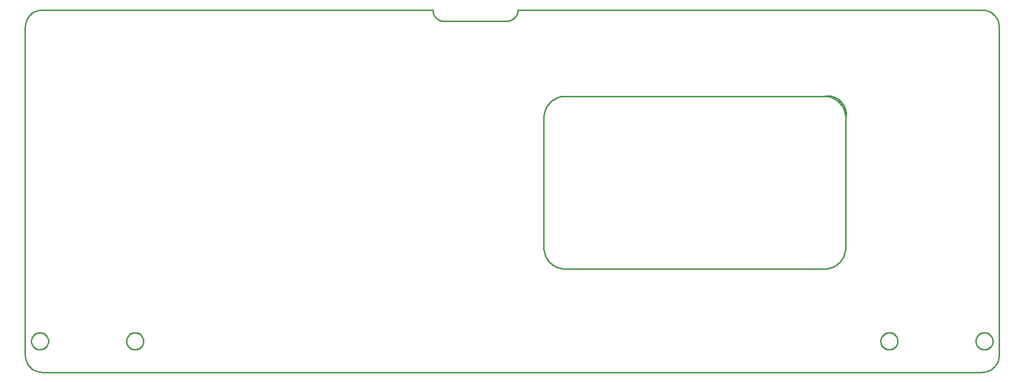
<source format=gko>
G04 EAGLE Gerber RS-274X export*
G75*
%MOMM*%
%FSLAX34Y34*%
%LPD*%
%IN*%
%IPPOS*%
%AMOC8*
5,1,8,0,0,1.08239X$1,22.5*%
G01*
%ADD10C,0.000000*%
%ADD11C,0.254000*%


D10*
X30000Y0D02*
X1690000Y0D01*
X0Y30000D02*
X0Y610000D01*
X30000Y640000D02*
X720000Y640000D01*
X870000Y640000D02*
X1690000Y640000D01*
X1720000Y610000D02*
X1720000Y30000D01*
X30000Y640000D02*
X29275Y639991D01*
X28551Y639965D01*
X27827Y639921D01*
X27105Y639860D01*
X26384Y639781D01*
X25665Y639685D01*
X24949Y639572D01*
X24236Y639441D01*
X23526Y639293D01*
X22821Y639128D01*
X22119Y638946D01*
X21422Y638747D01*
X20729Y638532D01*
X20043Y638299D01*
X19362Y638050D01*
X18687Y637785D01*
X18019Y637504D01*
X17358Y637206D01*
X16704Y636893D01*
X16058Y636564D01*
X15420Y636219D01*
X14791Y635859D01*
X14171Y635484D01*
X13560Y635094D01*
X12958Y634690D01*
X12366Y634271D01*
X11785Y633837D01*
X11214Y633390D01*
X10655Y632929D01*
X10106Y632455D01*
X9570Y631968D01*
X9045Y631468D01*
X8532Y630955D01*
X8032Y630430D01*
X7545Y629894D01*
X7071Y629345D01*
X6610Y628786D01*
X6163Y628215D01*
X5729Y627634D01*
X5310Y627042D01*
X4906Y626440D01*
X4516Y625829D01*
X4141Y625209D01*
X3781Y624580D01*
X3436Y623942D01*
X3107Y623296D01*
X2794Y622642D01*
X2496Y621981D01*
X2215Y621313D01*
X1950Y620638D01*
X1701Y619957D01*
X1468Y619271D01*
X1253Y618578D01*
X1054Y617881D01*
X872Y617179D01*
X707Y616474D01*
X559Y615764D01*
X428Y615051D01*
X315Y614335D01*
X219Y613616D01*
X140Y612895D01*
X79Y612173D01*
X35Y611449D01*
X9Y610725D01*
X0Y610000D01*
X1690000Y640000D02*
X1690725Y639991D01*
X1691449Y639965D01*
X1692173Y639921D01*
X1692895Y639860D01*
X1693616Y639781D01*
X1694335Y639685D01*
X1695051Y639572D01*
X1695764Y639441D01*
X1696474Y639293D01*
X1697179Y639128D01*
X1697881Y638946D01*
X1698578Y638747D01*
X1699271Y638532D01*
X1699957Y638299D01*
X1700638Y638050D01*
X1701313Y637785D01*
X1701981Y637504D01*
X1702642Y637206D01*
X1703296Y636893D01*
X1703942Y636564D01*
X1704580Y636219D01*
X1705209Y635859D01*
X1705829Y635484D01*
X1706440Y635094D01*
X1707042Y634690D01*
X1707634Y634271D01*
X1708215Y633837D01*
X1708786Y633390D01*
X1709345Y632929D01*
X1709894Y632455D01*
X1710430Y631968D01*
X1710955Y631468D01*
X1711468Y630955D01*
X1711968Y630430D01*
X1712455Y629894D01*
X1712929Y629345D01*
X1713390Y628786D01*
X1713837Y628215D01*
X1714271Y627634D01*
X1714690Y627042D01*
X1715094Y626440D01*
X1715484Y625829D01*
X1715859Y625209D01*
X1716219Y624580D01*
X1716564Y623942D01*
X1716893Y623296D01*
X1717206Y622642D01*
X1717504Y621981D01*
X1717785Y621313D01*
X1718050Y620638D01*
X1718299Y619957D01*
X1718532Y619271D01*
X1718747Y618578D01*
X1718946Y617881D01*
X1719128Y617179D01*
X1719293Y616474D01*
X1719441Y615764D01*
X1719572Y615051D01*
X1719685Y614335D01*
X1719781Y613616D01*
X1719860Y612895D01*
X1719921Y612173D01*
X1719965Y611449D01*
X1719991Y610725D01*
X1720000Y610000D01*
X1720000Y30000D02*
X1719991Y29275D01*
X1719965Y28551D01*
X1719921Y27827D01*
X1719860Y27105D01*
X1719781Y26384D01*
X1719685Y25665D01*
X1719572Y24949D01*
X1719441Y24236D01*
X1719293Y23526D01*
X1719128Y22821D01*
X1718946Y22119D01*
X1718747Y21422D01*
X1718532Y20729D01*
X1718299Y20043D01*
X1718050Y19362D01*
X1717785Y18687D01*
X1717504Y18019D01*
X1717206Y17358D01*
X1716893Y16704D01*
X1716564Y16058D01*
X1716219Y15420D01*
X1715859Y14791D01*
X1715484Y14171D01*
X1715094Y13560D01*
X1714690Y12958D01*
X1714271Y12366D01*
X1713837Y11785D01*
X1713390Y11214D01*
X1712929Y10655D01*
X1712455Y10106D01*
X1711968Y9570D01*
X1711468Y9045D01*
X1710955Y8532D01*
X1710430Y8032D01*
X1709894Y7545D01*
X1709345Y7071D01*
X1708786Y6610D01*
X1708215Y6163D01*
X1707634Y5729D01*
X1707042Y5310D01*
X1706440Y4906D01*
X1705829Y4516D01*
X1705209Y4141D01*
X1704580Y3781D01*
X1703942Y3436D01*
X1703296Y3107D01*
X1702642Y2794D01*
X1701981Y2496D01*
X1701313Y2215D01*
X1700638Y1950D01*
X1699957Y1701D01*
X1699271Y1468D01*
X1698578Y1253D01*
X1697881Y1054D01*
X1697179Y872D01*
X1696474Y707D01*
X1695764Y559D01*
X1695051Y428D01*
X1694335Y315D01*
X1693616Y219D01*
X1692895Y140D01*
X1692173Y79D01*
X1691449Y35D01*
X1690725Y9D01*
X1690000Y0D01*
X30000Y0D02*
X29275Y9D01*
X28551Y35D01*
X27827Y79D01*
X27105Y140D01*
X26384Y219D01*
X25665Y315D01*
X24949Y428D01*
X24236Y559D01*
X23526Y707D01*
X22821Y872D01*
X22119Y1054D01*
X21422Y1253D01*
X20729Y1468D01*
X20043Y1701D01*
X19362Y1950D01*
X18687Y2215D01*
X18019Y2496D01*
X17358Y2794D01*
X16704Y3107D01*
X16058Y3436D01*
X15420Y3781D01*
X14791Y4141D01*
X14171Y4516D01*
X13560Y4906D01*
X12958Y5310D01*
X12366Y5729D01*
X11785Y6163D01*
X11214Y6610D01*
X10655Y7071D01*
X10106Y7545D01*
X9570Y8032D01*
X9045Y8532D01*
X8532Y9045D01*
X8032Y9570D01*
X7545Y10106D01*
X7071Y10655D01*
X6610Y11214D01*
X6163Y11785D01*
X5729Y12366D01*
X5310Y12958D01*
X4906Y13560D01*
X4516Y14171D01*
X4141Y14791D01*
X3781Y15420D01*
X3436Y16058D01*
X3107Y16704D01*
X2794Y17358D01*
X2496Y18019D01*
X2215Y18687D01*
X1950Y19362D01*
X1701Y20043D01*
X1468Y20729D01*
X1253Y21422D01*
X1054Y22119D01*
X872Y22821D01*
X707Y23526D01*
X559Y24236D01*
X428Y24949D01*
X315Y25665D01*
X219Y26384D01*
X140Y27105D01*
X79Y27827D01*
X35Y28551D01*
X9Y29275D01*
X0Y30000D01*
X720000Y640000D02*
X720006Y639517D01*
X720023Y639034D01*
X720053Y638551D01*
X720093Y638070D01*
X720146Y637589D01*
X720210Y637110D01*
X720285Y636633D01*
X720373Y636157D01*
X720471Y635684D01*
X720581Y635214D01*
X720702Y634746D01*
X720835Y634281D01*
X720979Y633820D01*
X721134Y633362D01*
X721300Y632908D01*
X721477Y632458D01*
X721664Y632013D01*
X721863Y631572D01*
X722071Y631136D01*
X722291Y630706D01*
X722521Y630280D01*
X722761Y629861D01*
X723011Y629447D01*
X723271Y629040D01*
X723540Y628639D01*
X723820Y628244D01*
X724108Y627857D01*
X724407Y627476D01*
X724714Y627103D01*
X725030Y626738D01*
X725355Y626380D01*
X725688Y626030D01*
X726030Y625688D01*
X726380Y625355D01*
X726738Y625030D01*
X727103Y624714D01*
X727476Y624407D01*
X727857Y624108D01*
X728244Y623820D01*
X728639Y623540D01*
X729040Y623271D01*
X729447Y623011D01*
X729861Y622761D01*
X730280Y622521D01*
X730706Y622291D01*
X731136Y622071D01*
X731572Y621863D01*
X732013Y621664D01*
X732458Y621477D01*
X732908Y621300D01*
X733362Y621134D01*
X733820Y620979D01*
X734281Y620835D01*
X734746Y620702D01*
X735214Y620581D01*
X735684Y620471D01*
X736157Y620373D01*
X736633Y620285D01*
X737110Y620210D01*
X737589Y620146D01*
X738070Y620093D01*
X738551Y620053D01*
X739034Y620023D01*
X739517Y620006D01*
X740000Y620000D01*
X850000Y620000D01*
X850483Y620006D01*
X850966Y620023D01*
X851449Y620053D01*
X851930Y620093D01*
X852411Y620146D01*
X852890Y620210D01*
X853367Y620285D01*
X853843Y620373D01*
X854316Y620471D01*
X854786Y620581D01*
X855254Y620702D01*
X855719Y620835D01*
X856180Y620979D01*
X856638Y621134D01*
X857092Y621300D01*
X857542Y621477D01*
X857987Y621664D01*
X858428Y621863D01*
X858864Y622071D01*
X859294Y622291D01*
X859720Y622521D01*
X860139Y622761D01*
X860553Y623011D01*
X860960Y623271D01*
X861361Y623540D01*
X861756Y623820D01*
X862143Y624108D01*
X862524Y624407D01*
X862897Y624714D01*
X863262Y625030D01*
X863620Y625355D01*
X863970Y625688D01*
X864312Y626030D01*
X864645Y626380D01*
X864970Y626738D01*
X865286Y627103D01*
X865593Y627476D01*
X865892Y627857D01*
X866180Y628244D01*
X866460Y628639D01*
X866729Y629040D01*
X866989Y629447D01*
X867239Y629861D01*
X867479Y630280D01*
X867709Y630706D01*
X867929Y631136D01*
X868137Y631572D01*
X868336Y632013D01*
X868523Y632458D01*
X868700Y632908D01*
X868866Y633362D01*
X869021Y633820D01*
X869165Y634281D01*
X869298Y634746D01*
X869419Y635214D01*
X869529Y635684D01*
X869627Y636157D01*
X869715Y636633D01*
X869790Y637110D01*
X869854Y637589D01*
X869907Y638070D01*
X869947Y638551D01*
X869977Y639034D01*
X869994Y639517D01*
X870000Y640000D01*
X953900Y182700D02*
X1411100Y182700D01*
X1449200Y220800D02*
X1449200Y449400D01*
X1411100Y487500D02*
X953900Y487500D01*
X915800Y449400D02*
X915800Y220800D01*
X1411100Y182700D02*
X1412021Y182711D01*
X1412941Y182744D01*
X1413860Y182800D01*
X1414777Y182878D01*
X1415692Y182978D01*
X1416605Y183100D01*
X1417514Y183244D01*
X1418420Y183410D01*
X1419321Y183598D01*
X1420218Y183807D01*
X1421109Y184038D01*
X1421995Y184291D01*
X1422874Y184565D01*
X1423746Y184860D01*
X1424610Y185176D01*
X1425467Y185513D01*
X1426316Y185870D01*
X1427155Y186248D01*
X1427986Y186646D01*
X1428806Y187064D01*
X1429616Y187502D01*
X1430415Y187959D01*
X1431203Y188435D01*
X1431979Y188930D01*
X1432743Y189444D01*
X1433495Y189976D01*
X1434233Y190527D01*
X1434958Y191094D01*
X1435668Y191680D01*
X1436365Y192282D01*
X1437047Y192901D01*
X1437713Y193536D01*
X1438364Y194187D01*
X1438999Y194853D01*
X1439618Y195535D01*
X1440220Y196232D01*
X1440806Y196942D01*
X1441373Y197667D01*
X1441924Y198405D01*
X1442456Y199157D01*
X1442970Y199921D01*
X1443465Y200697D01*
X1443941Y201485D01*
X1444398Y202284D01*
X1444836Y203094D01*
X1445254Y203914D01*
X1445652Y204745D01*
X1446030Y205584D01*
X1446387Y206433D01*
X1446724Y207290D01*
X1447040Y208154D01*
X1447335Y209026D01*
X1447609Y209905D01*
X1447862Y210791D01*
X1448093Y211682D01*
X1448302Y212579D01*
X1448490Y213480D01*
X1448656Y214386D01*
X1448800Y215295D01*
X1448922Y216208D01*
X1449022Y217123D01*
X1449100Y218040D01*
X1449156Y218959D01*
X1449189Y219879D01*
X1449200Y220800D01*
X953900Y182700D02*
X952979Y182711D01*
X952059Y182744D01*
X951140Y182800D01*
X950223Y182878D01*
X949308Y182978D01*
X948395Y183100D01*
X947486Y183244D01*
X946580Y183410D01*
X945679Y183598D01*
X944782Y183807D01*
X943891Y184038D01*
X943005Y184291D01*
X942126Y184565D01*
X941254Y184860D01*
X940390Y185176D01*
X939533Y185513D01*
X938684Y185870D01*
X937845Y186248D01*
X937014Y186646D01*
X936194Y187064D01*
X935384Y187502D01*
X934585Y187959D01*
X933797Y188435D01*
X933021Y188930D01*
X932257Y189444D01*
X931505Y189976D01*
X930767Y190527D01*
X930042Y191094D01*
X929332Y191680D01*
X928635Y192282D01*
X927953Y192901D01*
X927287Y193536D01*
X926636Y194187D01*
X926001Y194853D01*
X925382Y195535D01*
X924780Y196232D01*
X924194Y196942D01*
X923627Y197667D01*
X923076Y198405D01*
X922544Y199157D01*
X922030Y199921D01*
X921535Y200697D01*
X921059Y201485D01*
X920602Y202284D01*
X920164Y203094D01*
X919746Y203914D01*
X919348Y204745D01*
X918970Y205584D01*
X918613Y206433D01*
X918276Y207290D01*
X917960Y208154D01*
X917665Y209026D01*
X917391Y209905D01*
X917138Y210791D01*
X916907Y211682D01*
X916698Y212579D01*
X916510Y213480D01*
X916344Y214386D01*
X916200Y215295D01*
X916078Y216208D01*
X915978Y217123D01*
X915900Y218040D01*
X915844Y218959D01*
X915811Y219879D01*
X915800Y220800D01*
X915800Y449400D02*
X915811Y450321D01*
X915844Y451241D01*
X915900Y452160D01*
X915978Y453077D01*
X916078Y453992D01*
X916200Y454905D01*
X916344Y455814D01*
X916510Y456720D01*
X916698Y457621D01*
X916907Y458518D01*
X917138Y459409D01*
X917391Y460295D01*
X917665Y461174D01*
X917960Y462046D01*
X918276Y462910D01*
X918613Y463767D01*
X918970Y464616D01*
X919348Y465455D01*
X919746Y466286D01*
X920164Y467106D01*
X920602Y467916D01*
X921059Y468715D01*
X921535Y469503D01*
X922030Y470279D01*
X922544Y471043D01*
X923076Y471795D01*
X923627Y472533D01*
X924194Y473258D01*
X924780Y473968D01*
X925382Y474665D01*
X926001Y475347D01*
X926636Y476013D01*
X927287Y476664D01*
X927953Y477299D01*
X928635Y477918D01*
X929332Y478520D01*
X930042Y479106D01*
X930767Y479673D01*
X931505Y480224D01*
X932257Y480756D01*
X933021Y481270D01*
X933797Y481765D01*
X934585Y482241D01*
X935384Y482698D01*
X936194Y483136D01*
X937014Y483554D01*
X937845Y483952D01*
X938684Y484330D01*
X939533Y484687D01*
X940390Y485024D01*
X941254Y485340D01*
X942126Y485635D01*
X943005Y485909D01*
X943891Y486162D01*
X944782Y486393D01*
X945679Y486602D01*
X946580Y486790D01*
X947486Y486956D01*
X948395Y487100D01*
X949308Y487222D01*
X950223Y487322D01*
X951140Y487400D01*
X952059Y487456D01*
X952979Y487489D01*
X953900Y487500D01*
X1411100Y487500D02*
X1412021Y487489D01*
X1412941Y487456D01*
X1413860Y487400D01*
X1414777Y487322D01*
X1415692Y487222D01*
X1416605Y487100D01*
X1417514Y486956D01*
X1418420Y486790D01*
X1419321Y486602D01*
X1420218Y486393D01*
X1421109Y486162D01*
X1421995Y485909D01*
X1422874Y485635D01*
X1423746Y485340D01*
X1424610Y485024D01*
X1425467Y484687D01*
X1426316Y484330D01*
X1427155Y483952D01*
X1427986Y483554D01*
X1428806Y483136D01*
X1429616Y482698D01*
X1430415Y482241D01*
X1431203Y481765D01*
X1431979Y481270D01*
X1432743Y480756D01*
X1433495Y480224D01*
X1434233Y479673D01*
X1434958Y479106D01*
X1435668Y478520D01*
X1436365Y477918D01*
X1437047Y477299D01*
X1437713Y476664D01*
X1438364Y476013D01*
X1438999Y475347D01*
X1439618Y474665D01*
X1440220Y473968D01*
X1440806Y473258D01*
X1441373Y472533D01*
X1441924Y471795D01*
X1442456Y471043D01*
X1442970Y470279D01*
X1443465Y469503D01*
X1443941Y468715D01*
X1444398Y467916D01*
X1444836Y467106D01*
X1445254Y466286D01*
X1445652Y465455D01*
X1446030Y464616D01*
X1446387Y463767D01*
X1446724Y462910D01*
X1447040Y462046D01*
X1447335Y461174D01*
X1447609Y460295D01*
X1447862Y459409D01*
X1448093Y458518D01*
X1448302Y457621D01*
X1448490Y456720D01*
X1448656Y455814D01*
X1448800Y454905D01*
X1448922Y453992D01*
X1449022Y453077D01*
X1449100Y452160D01*
X1449156Y451241D01*
X1449189Y450321D01*
X1449200Y449400D01*
X1679000Y54900D02*
X1679005Y55268D01*
X1679018Y55636D01*
X1679041Y56003D01*
X1679072Y56370D01*
X1679113Y56736D01*
X1679162Y57101D01*
X1679221Y57464D01*
X1679288Y57826D01*
X1679364Y58187D01*
X1679450Y58545D01*
X1679543Y58901D01*
X1679646Y59254D01*
X1679757Y59605D01*
X1679877Y59953D01*
X1680005Y60298D01*
X1680142Y60640D01*
X1680287Y60979D01*
X1680440Y61313D01*
X1680602Y61644D01*
X1680771Y61971D01*
X1680949Y62293D01*
X1681134Y62612D01*
X1681327Y62925D01*
X1681528Y63234D01*
X1681736Y63537D01*
X1681952Y63835D01*
X1682175Y64128D01*
X1682405Y64416D01*
X1682642Y64698D01*
X1682886Y64973D01*
X1683136Y65243D01*
X1683393Y65507D01*
X1683657Y65764D01*
X1683927Y66014D01*
X1684202Y66258D01*
X1684484Y66495D01*
X1684772Y66725D01*
X1685065Y66948D01*
X1685363Y67164D01*
X1685666Y67372D01*
X1685975Y67573D01*
X1686288Y67766D01*
X1686607Y67951D01*
X1686929Y68129D01*
X1687256Y68298D01*
X1687587Y68460D01*
X1687921Y68613D01*
X1688260Y68758D01*
X1688602Y68895D01*
X1688947Y69023D01*
X1689295Y69143D01*
X1689646Y69254D01*
X1689999Y69357D01*
X1690355Y69450D01*
X1690713Y69536D01*
X1691074Y69612D01*
X1691436Y69679D01*
X1691799Y69738D01*
X1692164Y69787D01*
X1692530Y69828D01*
X1692897Y69859D01*
X1693264Y69882D01*
X1693632Y69895D01*
X1694000Y69900D01*
X1694368Y69895D01*
X1694736Y69882D01*
X1695103Y69859D01*
X1695470Y69828D01*
X1695836Y69787D01*
X1696201Y69738D01*
X1696564Y69679D01*
X1696926Y69612D01*
X1697287Y69536D01*
X1697645Y69450D01*
X1698001Y69357D01*
X1698354Y69254D01*
X1698705Y69143D01*
X1699053Y69023D01*
X1699398Y68895D01*
X1699740Y68758D01*
X1700079Y68613D01*
X1700413Y68460D01*
X1700744Y68298D01*
X1701071Y68129D01*
X1701393Y67951D01*
X1701712Y67766D01*
X1702025Y67573D01*
X1702334Y67372D01*
X1702637Y67164D01*
X1702935Y66948D01*
X1703228Y66725D01*
X1703516Y66495D01*
X1703798Y66258D01*
X1704073Y66014D01*
X1704343Y65764D01*
X1704607Y65507D01*
X1704864Y65243D01*
X1705114Y64973D01*
X1705358Y64698D01*
X1705595Y64416D01*
X1705825Y64128D01*
X1706048Y63835D01*
X1706264Y63537D01*
X1706472Y63234D01*
X1706673Y62925D01*
X1706866Y62612D01*
X1707051Y62293D01*
X1707229Y61971D01*
X1707398Y61644D01*
X1707560Y61313D01*
X1707713Y60979D01*
X1707858Y60640D01*
X1707995Y60298D01*
X1708123Y59953D01*
X1708243Y59605D01*
X1708354Y59254D01*
X1708457Y58901D01*
X1708550Y58545D01*
X1708636Y58187D01*
X1708712Y57826D01*
X1708779Y57464D01*
X1708838Y57101D01*
X1708887Y56736D01*
X1708928Y56370D01*
X1708959Y56003D01*
X1708982Y55636D01*
X1708995Y55268D01*
X1709000Y54900D01*
X1708995Y54532D01*
X1708982Y54164D01*
X1708959Y53797D01*
X1708928Y53430D01*
X1708887Y53064D01*
X1708838Y52699D01*
X1708779Y52336D01*
X1708712Y51974D01*
X1708636Y51613D01*
X1708550Y51255D01*
X1708457Y50899D01*
X1708354Y50546D01*
X1708243Y50195D01*
X1708123Y49847D01*
X1707995Y49502D01*
X1707858Y49160D01*
X1707713Y48821D01*
X1707560Y48487D01*
X1707398Y48156D01*
X1707229Y47829D01*
X1707051Y47507D01*
X1706866Y47188D01*
X1706673Y46875D01*
X1706472Y46566D01*
X1706264Y46263D01*
X1706048Y45965D01*
X1705825Y45672D01*
X1705595Y45384D01*
X1705358Y45102D01*
X1705114Y44827D01*
X1704864Y44557D01*
X1704607Y44293D01*
X1704343Y44036D01*
X1704073Y43786D01*
X1703798Y43542D01*
X1703516Y43305D01*
X1703228Y43075D01*
X1702935Y42852D01*
X1702637Y42636D01*
X1702334Y42428D01*
X1702025Y42227D01*
X1701712Y42034D01*
X1701393Y41849D01*
X1701071Y41671D01*
X1700744Y41502D01*
X1700413Y41340D01*
X1700079Y41187D01*
X1699740Y41042D01*
X1699398Y40905D01*
X1699053Y40777D01*
X1698705Y40657D01*
X1698354Y40546D01*
X1698001Y40443D01*
X1697645Y40350D01*
X1697287Y40264D01*
X1696926Y40188D01*
X1696564Y40121D01*
X1696201Y40062D01*
X1695836Y40013D01*
X1695470Y39972D01*
X1695103Y39941D01*
X1694736Y39918D01*
X1694368Y39905D01*
X1694000Y39900D01*
X1693632Y39905D01*
X1693264Y39918D01*
X1692897Y39941D01*
X1692530Y39972D01*
X1692164Y40013D01*
X1691799Y40062D01*
X1691436Y40121D01*
X1691074Y40188D01*
X1690713Y40264D01*
X1690355Y40350D01*
X1689999Y40443D01*
X1689646Y40546D01*
X1689295Y40657D01*
X1688947Y40777D01*
X1688602Y40905D01*
X1688260Y41042D01*
X1687921Y41187D01*
X1687587Y41340D01*
X1687256Y41502D01*
X1686929Y41671D01*
X1686607Y41849D01*
X1686288Y42034D01*
X1685975Y42227D01*
X1685666Y42428D01*
X1685363Y42636D01*
X1685065Y42852D01*
X1684772Y43075D01*
X1684484Y43305D01*
X1684202Y43542D01*
X1683927Y43786D01*
X1683657Y44036D01*
X1683393Y44293D01*
X1683136Y44557D01*
X1682886Y44827D01*
X1682642Y45102D01*
X1682405Y45384D01*
X1682175Y45672D01*
X1681952Y45965D01*
X1681736Y46263D01*
X1681528Y46566D01*
X1681327Y46875D01*
X1681134Y47188D01*
X1680949Y47507D01*
X1680771Y47829D01*
X1680602Y48156D01*
X1680440Y48487D01*
X1680287Y48821D01*
X1680142Y49160D01*
X1680005Y49502D01*
X1679877Y49847D01*
X1679757Y50195D01*
X1679646Y50546D01*
X1679543Y50899D01*
X1679450Y51255D01*
X1679364Y51613D01*
X1679288Y51974D01*
X1679221Y52336D01*
X1679162Y52699D01*
X1679113Y53064D01*
X1679072Y53430D01*
X1679041Y53797D01*
X1679018Y54164D01*
X1679005Y54532D01*
X1679000Y54900D01*
X1511000Y54900D02*
X1511005Y55268D01*
X1511018Y55636D01*
X1511041Y56003D01*
X1511072Y56370D01*
X1511113Y56736D01*
X1511162Y57101D01*
X1511221Y57464D01*
X1511288Y57826D01*
X1511364Y58187D01*
X1511450Y58545D01*
X1511543Y58901D01*
X1511646Y59254D01*
X1511757Y59605D01*
X1511877Y59953D01*
X1512005Y60298D01*
X1512142Y60640D01*
X1512287Y60979D01*
X1512440Y61313D01*
X1512602Y61644D01*
X1512771Y61971D01*
X1512949Y62293D01*
X1513134Y62612D01*
X1513327Y62925D01*
X1513528Y63234D01*
X1513736Y63537D01*
X1513952Y63835D01*
X1514175Y64128D01*
X1514405Y64416D01*
X1514642Y64698D01*
X1514886Y64973D01*
X1515136Y65243D01*
X1515393Y65507D01*
X1515657Y65764D01*
X1515927Y66014D01*
X1516202Y66258D01*
X1516484Y66495D01*
X1516772Y66725D01*
X1517065Y66948D01*
X1517363Y67164D01*
X1517666Y67372D01*
X1517975Y67573D01*
X1518288Y67766D01*
X1518607Y67951D01*
X1518929Y68129D01*
X1519256Y68298D01*
X1519587Y68460D01*
X1519921Y68613D01*
X1520260Y68758D01*
X1520602Y68895D01*
X1520947Y69023D01*
X1521295Y69143D01*
X1521646Y69254D01*
X1521999Y69357D01*
X1522355Y69450D01*
X1522713Y69536D01*
X1523074Y69612D01*
X1523436Y69679D01*
X1523799Y69738D01*
X1524164Y69787D01*
X1524530Y69828D01*
X1524897Y69859D01*
X1525264Y69882D01*
X1525632Y69895D01*
X1526000Y69900D01*
X1526368Y69895D01*
X1526736Y69882D01*
X1527103Y69859D01*
X1527470Y69828D01*
X1527836Y69787D01*
X1528201Y69738D01*
X1528564Y69679D01*
X1528926Y69612D01*
X1529287Y69536D01*
X1529645Y69450D01*
X1530001Y69357D01*
X1530354Y69254D01*
X1530705Y69143D01*
X1531053Y69023D01*
X1531398Y68895D01*
X1531740Y68758D01*
X1532079Y68613D01*
X1532413Y68460D01*
X1532744Y68298D01*
X1533071Y68129D01*
X1533393Y67951D01*
X1533712Y67766D01*
X1534025Y67573D01*
X1534334Y67372D01*
X1534637Y67164D01*
X1534935Y66948D01*
X1535228Y66725D01*
X1535516Y66495D01*
X1535798Y66258D01*
X1536073Y66014D01*
X1536343Y65764D01*
X1536607Y65507D01*
X1536864Y65243D01*
X1537114Y64973D01*
X1537358Y64698D01*
X1537595Y64416D01*
X1537825Y64128D01*
X1538048Y63835D01*
X1538264Y63537D01*
X1538472Y63234D01*
X1538673Y62925D01*
X1538866Y62612D01*
X1539051Y62293D01*
X1539229Y61971D01*
X1539398Y61644D01*
X1539560Y61313D01*
X1539713Y60979D01*
X1539858Y60640D01*
X1539995Y60298D01*
X1540123Y59953D01*
X1540243Y59605D01*
X1540354Y59254D01*
X1540457Y58901D01*
X1540550Y58545D01*
X1540636Y58187D01*
X1540712Y57826D01*
X1540779Y57464D01*
X1540838Y57101D01*
X1540887Y56736D01*
X1540928Y56370D01*
X1540959Y56003D01*
X1540982Y55636D01*
X1540995Y55268D01*
X1541000Y54900D01*
X1540995Y54532D01*
X1540982Y54164D01*
X1540959Y53797D01*
X1540928Y53430D01*
X1540887Y53064D01*
X1540838Y52699D01*
X1540779Y52336D01*
X1540712Y51974D01*
X1540636Y51613D01*
X1540550Y51255D01*
X1540457Y50899D01*
X1540354Y50546D01*
X1540243Y50195D01*
X1540123Y49847D01*
X1539995Y49502D01*
X1539858Y49160D01*
X1539713Y48821D01*
X1539560Y48487D01*
X1539398Y48156D01*
X1539229Y47829D01*
X1539051Y47507D01*
X1538866Y47188D01*
X1538673Y46875D01*
X1538472Y46566D01*
X1538264Y46263D01*
X1538048Y45965D01*
X1537825Y45672D01*
X1537595Y45384D01*
X1537358Y45102D01*
X1537114Y44827D01*
X1536864Y44557D01*
X1536607Y44293D01*
X1536343Y44036D01*
X1536073Y43786D01*
X1535798Y43542D01*
X1535516Y43305D01*
X1535228Y43075D01*
X1534935Y42852D01*
X1534637Y42636D01*
X1534334Y42428D01*
X1534025Y42227D01*
X1533712Y42034D01*
X1533393Y41849D01*
X1533071Y41671D01*
X1532744Y41502D01*
X1532413Y41340D01*
X1532079Y41187D01*
X1531740Y41042D01*
X1531398Y40905D01*
X1531053Y40777D01*
X1530705Y40657D01*
X1530354Y40546D01*
X1530001Y40443D01*
X1529645Y40350D01*
X1529287Y40264D01*
X1528926Y40188D01*
X1528564Y40121D01*
X1528201Y40062D01*
X1527836Y40013D01*
X1527470Y39972D01*
X1527103Y39941D01*
X1526736Y39918D01*
X1526368Y39905D01*
X1526000Y39900D01*
X1525632Y39905D01*
X1525264Y39918D01*
X1524897Y39941D01*
X1524530Y39972D01*
X1524164Y40013D01*
X1523799Y40062D01*
X1523436Y40121D01*
X1523074Y40188D01*
X1522713Y40264D01*
X1522355Y40350D01*
X1521999Y40443D01*
X1521646Y40546D01*
X1521295Y40657D01*
X1520947Y40777D01*
X1520602Y40905D01*
X1520260Y41042D01*
X1519921Y41187D01*
X1519587Y41340D01*
X1519256Y41502D01*
X1518929Y41671D01*
X1518607Y41849D01*
X1518288Y42034D01*
X1517975Y42227D01*
X1517666Y42428D01*
X1517363Y42636D01*
X1517065Y42852D01*
X1516772Y43075D01*
X1516484Y43305D01*
X1516202Y43542D01*
X1515927Y43786D01*
X1515657Y44036D01*
X1515393Y44293D01*
X1515136Y44557D01*
X1514886Y44827D01*
X1514642Y45102D01*
X1514405Y45384D01*
X1514175Y45672D01*
X1513952Y45965D01*
X1513736Y46263D01*
X1513528Y46566D01*
X1513327Y46875D01*
X1513134Y47188D01*
X1512949Y47507D01*
X1512771Y47829D01*
X1512602Y48156D01*
X1512440Y48487D01*
X1512287Y48821D01*
X1512142Y49160D01*
X1512005Y49502D01*
X1511877Y49847D01*
X1511757Y50195D01*
X1511646Y50546D01*
X1511543Y50899D01*
X1511450Y51255D01*
X1511364Y51613D01*
X1511288Y51974D01*
X1511221Y52336D01*
X1511162Y52699D01*
X1511113Y53064D01*
X1511072Y53430D01*
X1511041Y53797D01*
X1511018Y54164D01*
X1511005Y54532D01*
X1511000Y54900D01*
X179000Y54900D02*
X179005Y55268D01*
X179018Y55636D01*
X179041Y56003D01*
X179072Y56370D01*
X179113Y56736D01*
X179162Y57101D01*
X179221Y57464D01*
X179288Y57826D01*
X179364Y58187D01*
X179450Y58545D01*
X179543Y58901D01*
X179646Y59254D01*
X179757Y59605D01*
X179877Y59953D01*
X180005Y60298D01*
X180142Y60640D01*
X180287Y60979D01*
X180440Y61313D01*
X180602Y61644D01*
X180771Y61971D01*
X180949Y62293D01*
X181134Y62612D01*
X181327Y62925D01*
X181528Y63234D01*
X181736Y63537D01*
X181952Y63835D01*
X182175Y64128D01*
X182405Y64416D01*
X182642Y64698D01*
X182886Y64973D01*
X183136Y65243D01*
X183393Y65507D01*
X183657Y65764D01*
X183927Y66014D01*
X184202Y66258D01*
X184484Y66495D01*
X184772Y66725D01*
X185065Y66948D01*
X185363Y67164D01*
X185666Y67372D01*
X185975Y67573D01*
X186288Y67766D01*
X186607Y67951D01*
X186929Y68129D01*
X187256Y68298D01*
X187587Y68460D01*
X187921Y68613D01*
X188260Y68758D01*
X188602Y68895D01*
X188947Y69023D01*
X189295Y69143D01*
X189646Y69254D01*
X189999Y69357D01*
X190355Y69450D01*
X190713Y69536D01*
X191074Y69612D01*
X191436Y69679D01*
X191799Y69738D01*
X192164Y69787D01*
X192530Y69828D01*
X192897Y69859D01*
X193264Y69882D01*
X193632Y69895D01*
X194000Y69900D01*
X194368Y69895D01*
X194736Y69882D01*
X195103Y69859D01*
X195470Y69828D01*
X195836Y69787D01*
X196201Y69738D01*
X196564Y69679D01*
X196926Y69612D01*
X197287Y69536D01*
X197645Y69450D01*
X198001Y69357D01*
X198354Y69254D01*
X198705Y69143D01*
X199053Y69023D01*
X199398Y68895D01*
X199740Y68758D01*
X200079Y68613D01*
X200413Y68460D01*
X200744Y68298D01*
X201071Y68129D01*
X201393Y67951D01*
X201712Y67766D01*
X202025Y67573D01*
X202334Y67372D01*
X202637Y67164D01*
X202935Y66948D01*
X203228Y66725D01*
X203516Y66495D01*
X203798Y66258D01*
X204073Y66014D01*
X204343Y65764D01*
X204607Y65507D01*
X204864Y65243D01*
X205114Y64973D01*
X205358Y64698D01*
X205595Y64416D01*
X205825Y64128D01*
X206048Y63835D01*
X206264Y63537D01*
X206472Y63234D01*
X206673Y62925D01*
X206866Y62612D01*
X207051Y62293D01*
X207229Y61971D01*
X207398Y61644D01*
X207560Y61313D01*
X207713Y60979D01*
X207858Y60640D01*
X207995Y60298D01*
X208123Y59953D01*
X208243Y59605D01*
X208354Y59254D01*
X208457Y58901D01*
X208550Y58545D01*
X208636Y58187D01*
X208712Y57826D01*
X208779Y57464D01*
X208838Y57101D01*
X208887Y56736D01*
X208928Y56370D01*
X208959Y56003D01*
X208982Y55636D01*
X208995Y55268D01*
X209000Y54900D01*
X208995Y54532D01*
X208982Y54164D01*
X208959Y53797D01*
X208928Y53430D01*
X208887Y53064D01*
X208838Y52699D01*
X208779Y52336D01*
X208712Y51974D01*
X208636Y51613D01*
X208550Y51255D01*
X208457Y50899D01*
X208354Y50546D01*
X208243Y50195D01*
X208123Y49847D01*
X207995Y49502D01*
X207858Y49160D01*
X207713Y48821D01*
X207560Y48487D01*
X207398Y48156D01*
X207229Y47829D01*
X207051Y47507D01*
X206866Y47188D01*
X206673Y46875D01*
X206472Y46566D01*
X206264Y46263D01*
X206048Y45965D01*
X205825Y45672D01*
X205595Y45384D01*
X205358Y45102D01*
X205114Y44827D01*
X204864Y44557D01*
X204607Y44293D01*
X204343Y44036D01*
X204073Y43786D01*
X203798Y43542D01*
X203516Y43305D01*
X203228Y43075D01*
X202935Y42852D01*
X202637Y42636D01*
X202334Y42428D01*
X202025Y42227D01*
X201712Y42034D01*
X201393Y41849D01*
X201071Y41671D01*
X200744Y41502D01*
X200413Y41340D01*
X200079Y41187D01*
X199740Y41042D01*
X199398Y40905D01*
X199053Y40777D01*
X198705Y40657D01*
X198354Y40546D01*
X198001Y40443D01*
X197645Y40350D01*
X197287Y40264D01*
X196926Y40188D01*
X196564Y40121D01*
X196201Y40062D01*
X195836Y40013D01*
X195470Y39972D01*
X195103Y39941D01*
X194736Y39918D01*
X194368Y39905D01*
X194000Y39900D01*
X193632Y39905D01*
X193264Y39918D01*
X192897Y39941D01*
X192530Y39972D01*
X192164Y40013D01*
X191799Y40062D01*
X191436Y40121D01*
X191074Y40188D01*
X190713Y40264D01*
X190355Y40350D01*
X189999Y40443D01*
X189646Y40546D01*
X189295Y40657D01*
X188947Y40777D01*
X188602Y40905D01*
X188260Y41042D01*
X187921Y41187D01*
X187587Y41340D01*
X187256Y41502D01*
X186929Y41671D01*
X186607Y41849D01*
X186288Y42034D01*
X185975Y42227D01*
X185666Y42428D01*
X185363Y42636D01*
X185065Y42852D01*
X184772Y43075D01*
X184484Y43305D01*
X184202Y43542D01*
X183927Y43786D01*
X183657Y44036D01*
X183393Y44293D01*
X183136Y44557D01*
X182886Y44827D01*
X182642Y45102D01*
X182405Y45384D01*
X182175Y45672D01*
X181952Y45965D01*
X181736Y46263D01*
X181528Y46566D01*
X181327Y46875D01*
X181134Y47188D01*
X180949Y47507D01*
X180771Y47829D01*
X180602Y48156D01*
X180440Y48487D01*
X180287Y48821D01*
X180142Y49160D01*
X180005Y49502D01*
X179877Y49847D01*
X179757Y50195D01*
X179646Y50546D01*
X179543Y50899D01*
X179450Y51255D01*
X179364Y51613D01*
X179288Y51974D01*
X179221Y52336D01*
X179162Y52699D01*
X179113Y53064D01*
X179072Y53430D01*
X179041Y53797D01*
X179018Y54164D01*
X179005Y54532D01*
X179000Y54900D01*
X11000Y54900D02*
X11005Y55268D01*
X11018Y55636D01*
X11041Y56003D01*
X11072Y56370D01*
X11113Y56736D01*
X11162Y57101D01*
X11221Y57464D01*
X11288Y57826D01*
X11364Y58187D01*
X11450Y58545D01*
X11543Y58901D01*
X11646Y59254D01*
X11757Y59605D01*
X11877Y59953D01*
X12005Y60298D01*
X12142Y60640D01*
X12287Y60979D01*
X12440Y61313D01*
X12602Y61644D01*
X12771Y61971D01*
X12949Y62293D01*
X13134Y62612D01*
X13327Y62925D01*
X13528Y63234D01*
X13736Y63537D01*
X13952Y63835D01*
X14175Y64128D01*
X14405Y64416D01*
X14642Y64698D01*
X14886Y64973D01*
X15136Y65243D01*
X15393Y65507D01*
X15657Y65764D01*
X15927Y66014D01*
X16202Y66258D01*
X16484Y66495D01*
X16772Y66725D01*
X17065Y66948D01*
X17363Y67164D01*
X17666Y67372D01*
X17975Y67573D01*
X18288Y67766D01*
X18607Y67951D01*
X18929Y68129D01*
X19256Y68298D01*
X19587Y68460D01*
X19921Y68613D01*
X20260Y68758D01*
X20602Y68895D01*
X20947Y69023D01*
X21295Y69143D01*
X21646Y69254D01*
X21999Y69357D01*
X22355Y69450D01*
X22713Y69536D01*
X23074Y69612D01*
X23436Y69679D01*
X23799Y69738D01*
X24164Y69787D01*
X24530Y69828D01*
X24897Y69859D01*
X25264Y69882D01*
X25632Y69895D01*
X26000Y69900D01*
X26368Y69895D01*
X26736Y69882D01*
X27103Y69859D01*
X27470Y69828D01*
X27836Y69787D01*
X28201Y69738D01*
X28564Y69679D01*
X28926Y69612D01*
X29287Y69536D01*
X29645Y69450D01*
X30001Y69357D01*
X30354Y69254D01*
X30705Y69143D01*
X31053Y69023D01*
X31398Y68895D01*
X31740Y68758D01*
X32079Y68613D01*
X32413Y68460D01*
X32744Y68298D01*
X33071Y68129D01*
X33393Y67951D01*
X33712Y67766D01*
X34025Y67573D01*
X34334Y67372D01*
X34637Y67164D01*
X34935Y66948D01*
X35228Y66725D01*
X35516Y66495D01*
X35798Y66258D01*
X36073Y66014D01*
X36343Y65764D01*
X36607Y65507D01*
X36864Y65243D01*
X37114Y64973D01*
X37358Y64698D01*
X37595Y64416D01*
X37825Y64128D01*
X38048Y63835D01*
X38264Y63537D01*
X38472Y63234D01*
X38673Y62925D01*
X38866Y62612D01*
X39051Y62293D01*
X39229Y61971D01*
X39398Y61644D01*
X39560Y61313D01*
X39713Y60979D01*
X39858Y60640D01*
X39995Y60298D01*
X40123Y59953D01*
X40243Y59605D01*
X40354Y59254D01*
X40457Y58901D01*
X40550Y58545D01*
X40636Y58187D01*
X40712Y57826D01*
X40779Y57464D01*
X40838Y57101D01*
X40887Y56736D01*
X40928Y56370D01*
X40959Y56003D01*
X40982Y55636D01*
X40995Y55268D01*
X41000Y54900D01*
X40995Y54532D01*
X40982Y54164D01*
X40959Y53797D01*
X40928Y53430D01*
X40887Y53064D01*
X40838Y52699D01*
X40779Y52336D01*
X40712Y51974D01*
X40636Y51613D01*
X40550Y51255D01*
X40457Y50899D01*
X40354Y50546D01*
X40243Y50195D01*
X40123Y49847D01*
X39995Y49502D01*
X39858Y49160D01*
X39713Y48821D01*
X39560Y48487D01*
X39398Y48156D01*
X39229Y47829D01*
X39051Y47507D01*
X38866Y47188D01*
X38673Y46875D01*
X38472Y46566D01*
X38264Y46263D01*
X38048Y45965D01*
X37825Y45672D01*
X37595Y45384D01*
X37358Y45102D01*
X37114Y44827D01*
X36864Y44557D01*
X36607Y44293D01*
X36343Y44036D01*
X36073Y43786D01*
X35798Y43542D01*
X35516Y43305D01*
X35228Y43075D01*
X34935Y42852D01*
X34637Y42636D01*
X34334Y42428D01*
X34025Y42227D01*
X33712Y42034D01*
X33393Y41849D01*
X33071Y41671D01*
X32744Y41502D01*
X32413Y41340D01*
X32079Y41187D01*
X31740Y41042D01*
X31398Y40905D01*
X31053Y40777D01*
X30705Y40657D01*
X30354Y40546D01*
X30001Y40443D01*
X29645Y40350D01*
X29287Y40264D01*
X28926Y40188D01*
X28564Y40121D01*
X28201Y40062D01*
X27836Y40013D01*
X27470Y39972D01*
X27103Y39941D01*
X26736Y39918D01*
X26368Y39905D01*
X26000Y39900D01*
X25632Y39905D01*
X25264Y39918D01*
X24897Y39941D01*
X24530Y39972D01*
X24164Y40013D01*
X23799Y40062D01*
X23436Y40121D01*
X23074Y40188D01*
X22713Y40264D01*
X22355Y40350D01*
X21999Y40443D01*
X21646Y40546D01*
X21295Y40657D01*
X20947Y40777D01*
X20602Y40905D01*
X20260Y41042D01*
X19921Y41187D01*
X19587Y41340D01*
X19256Y41502D01*
X18929Y41671D01*
X18607Y41849D01*
X18288Y42034D01*
X17975Y42227D01*
X17666Y42428D01*
X17363Y42636D01*
X17065Y42852D01*
X16772Y43075D01*
X16484Y43305D01*
X16202Y43542D01*
X15927Y43786D01*
X15657Y44036D01*
X15393Y44293D01*
X15136Y44557D01*
X14886Y44827D01*
X14642Y45102D01*
X14405Y45384D01*
X14175Y45672D01*
X13952Y45965D01*
X13736Y46263D01*
X13528Y46566D01*
X13327Y46875D01*
X13134Y47188D01*
X12949Y47507D01*
X12771Y47829D01*
X12602Y48156D01*
X12440Y48487D01*
X12287Y48821D01*
X12142Y49160D01*
X12005Y49502D01*
X11877Y49847D01*
X11757Y50195D01*
X11646Y50546D01*
X11543Y50899D01*
X11450Y51255D01*
X11364Y51613D01*
X11288Y51974D01*
X11221Y52336D01*
X11162Y52699D01*
X11113Y53064D01*
X11072Y53430D01*
X11041Y53797D01*
X11018Y54164D01*
X11005Y54532D01*
X11000Y54900D01*
D11*
X0Y30000D02*
X114Y27385D01*
X456Y24791D01*
X1022Y22235D01*
X1809Y19739D01*
X2811Y17321D01*
X4019Y15000D01*
X5425Y12793D01*
X7019Y10716D01*
X8787Y8787D01*
X10716Y7019D01*
X12793Y5425D01*
X15000Y4019D01*
X17321Y2811D01*
X19739Y1809D01*
X22235Y1022D01*
X24791Y456D01*
X27385Y114D01*
X30000Y0D01*
X1690000Y0D01*
X1692615Y114D01*
X1695209Y456D01*
X1697765Y1022D01*
X1700261Y1809D01*
X1702679Y2811D01*
X1705000Y4019D01*
X1707207Y5425D01*
X1709284Y7019D01*
X1711213Y8787D01*
X1712981Y10716D01*
X1714575Y12793D01*
X1715981Y15000D01*
X1717189Y17321D01*
X1718191Y19739D01*
X1718978Y22235D01*
X1719544Y24791D01*
X1719886Y27385D01*
X1720000Y30000D01*
X1720000Y610000D01*
X1719886Y612615D01*
X1719544Y615209D01*
X1718978Y617765D01*
X1718191Y620261D01*
X1717189Y622679D01*
X1715981Y625000D01*
X1714575Y627207D01*
X1712981Y629284D01*
X1711213Y631213D01*
X1709284Y632981D01*
X1707207Y634575D01*
X1705000Y635981D01*
X1702679Y637189D01*
X1700261Y638191D01*
X1697765Y638978D01*
X1695209Y639544D01*
X1692615Y639886D01*
X1690000Y640000D01*
X870000Y640000D01*
X869924Y638257D01*
X869696Y636527D01*
X869319Y634824D01*
X868794Y633160D01*
X868126Y631548D01*
X867321Y630000D01*
X866383Y628528D01*
X865321Y627144D01*
X864142Y625858D01*
X862856Y624679D01*
X861472Y623617D01*
X860000Y622680D01*
X858452Y621874D01*
X856840Y621206D01*
X855176Y620681D01*
X853473Y620304D01*
X851743Y620076D01*
X850000Y620000D01*
X740000Y620000D01*
X738257Y620076D01*
X736527Y620304D01*
X734824Y620681D01*
X733160Y621206D01*
X731548Y621874D01*
X730000Y622680D01*
X728528Y623617D01*
X727144Y624679D01*
X725858Y625858D01*
X724679Y627144D01*
X723617Y628528D01*
X722680Y630000D01*
X721874Y631548D01*
X721206Y633160D01*
X720681Y634824D01*
X720304Y636527D01*
X720076Y638257D01*
X720000Y640000D01*
X30000Y640000D01*
X27385Y639886D01*
X24791Y639544D01*
X22235Y638978D01*
X19739Y638191D01*
X17321Y637189D01*
X15000Y635981D01*
X12793Y634575D01*
X10716Y632981D01*
X8787Y631213D01*
X7019Y629284D01*
X5425Y627207D01*
X4019Y625000D01*
X2811Y622679D01*
X1809Y620261D01*
X1022Y617765D01*
X456Y615209D01*
X114Y612615D01*
X0Y610000D01*
X0Y30000D01*
X915800Y220800D02*
X915945Y217479D01*
X916379Y214184D01*
X917098Y210939D01*
X918098Y207769D01*
X919370Y204698D01*
X920904Y201750D01*
X922690Y198947D01*
X924714Y196310D01*
X926959Y193859D01*
X929410Y191614D01*
X932047Y189590D01*
X934850Y187804D01*
X937798Y186270D01*
X940869Y184998D01*
X944039Y183998D01*
X947284Y183279D01*
X950579Y182845D01*
X953900Y182700D01*
X1411100Y182700D01*
X1414421Y182845D01*
X1417716Y183279D01*
X1420961Y183998D01*
X1424131Y184998D01*
X1427202Y186270D01*
X1430150Y187804D01*
X1432953Y189590D01*
X1435590Y191614D01*
X1438041Y193859D01*
X1440286Y196310D01*
X1442310Y198947D01*
X1444096Y201750D01*
X1445630Y204698D01*
X1446902Y207769D01*
X1447902Y210939D01*
X1448621Y214184D01*
X1449055Y217479D01*
X1449200Y220800D01*
X1449200Y449400D01*
X1449457Y450858D01*
X1449762Y453666D01*
X1449820Y456490D01*
X1449633Y459309D01*
X1449200Y462100D01*
X1448526Y464843D01*
X1447615Y467517D01*
X1446475Y470101D01*
X1445113Y472576D01*
X1443542Y474923D01*
X1441771Y477124D01*
X1439816Y479163D01*
X1437690Y481023D01*
X1435411Y482691D01*
X1432994Y484154D01*
X1430459Y485400D01*
X1427826Y486421D01*
X1425113Y487209D01*
X1422342Y487757D01*
X1419534Y488062D01*
X1416710Y488120D01*
X1413891Y487933D01*
X1411100Y487500D01*
X953900Y487500D01*
X950579Y487355D01*
X947284Y486921D01*
X944039Y486202D01*
X940869Y485202D01*
X937798Y483930D01*
X934850Y482396D01*
X932047Y480610D01*
X929410Y478586D01*
X926959Y476341D01*
X924714Y473890D01*
X922690Y471253D01*
X920904Y468450D01*
X919370Y465502D01*
X918098Y462431D01*
X917098Y459261D01*
X916379Y456016D01*
X915945Y452721D01*
X915800Y449400D01*
X915800Y220800D01*
X915800Y220800D02*
X915945Y217479D01*
X916379Y214184D01*
X917098Y210939D01*
X918098Y207769D01*
X919370Y204698D01*
X920904Y201750D01*
X922690Y198947D01*
X924714Y196310D01*
X926959Y193859D01*
X929410Y191614D01*
X932047Y189590D01*
X934850Y187804D01*
X937798Y186270D01*
X940869Y184998D01*
X944039Y183998D01*
X947284Y183279D01*
X950579Y182845D01*
X953900Y182700D01*
X1411100Y182700D01*
X1414421Y182845D01*
X1417716Y183279D01*
X1420961Y183998D01*
X1424131Y184998D01*
X1427202Y186270D01*
X1430150Y187804D01*
X1432953Y189590D01*
X1435590Y191614D01*
X1438041Y193859D01*
X1440286Y196310D01*
X1442310Y198947D01*
X1444096Y201750D01*
X1445630Y204698D01*
X1446902Y207769D01*
X1447902Y210939D01*
X1448621Y214184D01*
X1449055Y217479D01*
X1449200Y220800D01*
X1449200Y449400D01*
X1449055Y452721D01*
X1448621Y456016D01*
X1447902Y459261D01*
X1446902Y462431D01*
X1445630Y465502D01*
X1444096Y468450D01*
X1442310Y471253D01*
X1440286Y473890D01*
X1438041Y476341D01*
X1435590Y478586D01*
X1432953Y480610D01*
X1430150Y482396D01*
X1427202Y483930D01*
X1424131Y485202D01*
X1420961Y486202D01*
X1417716Y486921D01*
X1414421Y487355D01*
X1411100Y487500D01*
X953900Y487500D01*
X950579Y487355D01*
X947284Y486921D01*
X944039Y486202D01*
X940869Y485202D01*
X937798Y483930D01*
X934850Y482396D01*
X932047Y480610D01*
X929410Y478586D01*
X926959Y476341D01*
X924714Y473890D01*
X922690Y471253D01*
X920904Y468450D01*
X919370Y465502D01*
X918098Y462431D01*
X917098Y459261D01*
X916379Y456016D01*
X915945Y452721D01*
X915800Y449400D01*
X915800Y220800D01*
X1709000Y54364D02*
X1708924Y53296D01*
X1708771Y52235D01*
X1708543Y51188D01*
X1708241Y50160D01*
X1707867Y49156D01*
X1707422Y48181D01*
X1706908Y47241D01*
X1706329Y46340D01*
X1705687Y45482D01*
X1704985Y44672D01*
X1704228Y43915D01*
X1703418Y43213D01*
X1702560Y42571D01*
X1701659Y41992D01*
X1700719Y41478D01*
X1699744Y41033D01*
X1698740Y40659D01*
X1697712Y40357D01*
X1696665Y40129D01*
X1695604Y39976D01*
X1694536Y39900D01*
X1693464Y39900D01*
X1692396Y39976D01*
X1691335Y40129D01*
X1690288Y40357D01*
X1689260Y40659D01*
X1688256Y41033D01*
X1687281Y41478D01*
X1686341Y41992D01*
X1685440Y42571D01*
X1684582Y43213D01*
X1683772Y43915D01*
X1683015Y44672D01*
X1682313Y45482D01*
X1681671Y46340D01*
X1681092Y47241D01*
X1680578Y48181D01*
X1680133Y49156D01*
X1679759Y50160D01*
X1679457Y51188D01*
X1679229Y52235D01*
X1679076Y53296D01*
X1679000Y54364D01*
X1679000Y55436D01*
X1679076Y56504D01*
X1679229Y57565D01*
X1679457Y58612D01*
X1679759Y59640D01*
X1680133Y60644D01*
X1680578Y61619D01*
X1681092Y62559D01*
X1681671Y63460D01*
X1682313Y64318D01*
X1683015Y65128D01*
X1683772Y65885D01*
X1684582Y66587D01*
X1685440Y67229D01*
X1686341Y67808D01*
X1687281Y68322D01*
X1688256Y68767D01*
X1689260Y69141D01*
X1690288Y69443D01*
X1691335Y69671D01*
X1692396Y69824D01*
X1693464Y69900D01*
X1694536Y69900D01*
X1695604Y69824D01*
X1696665Y69671D01*
X1697712Y69443D01*
X1698740Y69141D01*
X1699744Y68767D01*
X1700719Y68322D01*
X1701659Y67808D01*
X1702560Y67229D01*
X1703418Y66587D01*
X1704228Y65885D01*
X1704985Y65128D01*
X1705687Y64318D01*
X1706329Y63460D01*
X1706908Y62559D01*
X1707422Y61619D01*
X1707867Y60644D01*
X1708241Y59640D01*
X1708543Y58612D01*
X1708771Y57565D01*
X1708924Y56504D01*
X1709000Y55436D01*
X1709000Y54364D01*
X1541000Y54364D02*
X1540924Y53296D01*
X1540771Y52235D01*
X1540543Y51188D01*
X1540241Y50160D01*
X1539867Y49156D01*
X1539422Y48181D01*
X1538908Y47241D01*
X1538329Y46340D01*
X1537687Y45482D01*
X1536985Y44672D01*
X1536228Y43915D01*
X1535418Y43213D01*
X1534560Y42571D01*
X1533659Y41992D01*
X1532719Y41478D01*
X1531744Y41033D01*
X1530740Y40659D01*
X1529712Y40357D01*
X1528665Y40129D01*
X1527604Y39976D01*
X1526536Y39900D01*
X1525464Y39900D01*
X1524396Y39976D01*
X1523335Y40129D01*
X1522288Y40357D01*
X1521260Y40659D01*
X1520256Y41033D01*
X1519281Y41478D01*
X1518341Y41992D01*
X1517440Y42571D01*
X1516582Y43213D01*
X1515772Y43915D01*
X1515015Y44672D01*
X1514313Y45482D01*
X1513671Y46340D01*
X1513092Y47241D01*
X1512578Y48181D01*
X1512133Y49156D01*
X1511759Y50160D01*
X1511457Y51188D01*
X1511229Y52235D01*
X1511076Y53296D01*
X1511000Y54364D01*
X1511000Y55436D01*
X1511076Y56504D01*
X1511229Y57565D01*
X1511457Y58612D01*
X1511759Y59640D01*
X1512133Y60644D01*
X1512578Y61619D01*
X1513092Y62559D01*
X1513671Y63460D01*
X1514313Y64318D01*
X1515015Y65128D01*
X1515772Y65885D01*
X1516582Y66587D01*
X1517440Y67229D01*
X1518341Y67808D01*
X1519281Y68322D01*
X1520256Y68767D01*
X1521260Y69141D01*
X1522288Y69443D01*
X1523335Y69671D01*
X1524396Y69824D01*
X1525464Y69900D01*
X1526536Y69900D01*
X1527604Y69824D01*
X1528665Y69671D01*
X1529712Y69443D01*
X1530740Y69141D01*
X1531744Y68767D01*
X1532719Y68322D01*
X1533659Y67808D01*
X1534560Y67229D01*
X1535418Y66587D01*
X1536228Y65885D01*
X1536985Y65128D01*
X1537687Y64318D01*
X1538329Y63460D01*
X1538908Y62559D01*
X1539422Y61619D01*
X1539867Y60644D01*
X1540241Y59640D01*
X1540543Y58612D01*
X1540771Y57565D01*
X1540924Y56504D01*
X1541000Y55436D01*
X1541000Y54364D01*
X209000Y54364D02*
X208924Y53296D01*
X208771Y52235D01*
X208543Y51188D01*
X208241Y50160D01*
X207867Y49156D01*
X207422Y48181D01*
X206908Y47241D01*
X206329Y46340D01*
X205687Y45482D01*
X204985Y44672D01*
X204228Y43915D01*
X203418Y43213D01*
X202560Y42571D01*
X201659Y41992D01*
X200719Y41478D01*
X199744Y41033D01*
X198740Y40659D01*
X197712Y40357D01*
X196665Y40129D01*
X195604Y39976D01*
X194536Y39900D01*
X193464Y39900D01*
X192396Y39976D01*
X191335Y40129D01*
X190288Y40357D01*
X189260Y40659D01*
X188256Y41033D01*
X187281Y41478D01*
X186341Y41992D01*
X185440Y42571D01*
X184582Y43213D01*
X183772Y43915D01*
X183015Y44672D01*
X182313Y45482D01*
X181671Y46340D01*
X181092Y47241D01*
X180578Y48181D01*
X180133Y49156D01*
X179759Y50160D01*
X179457Y51188D01*
X179229Y52235D01*
X179076Y53296D01*
X179000Y54364D01*
X179000Y55436D01*
X179076Y56504D01*
X179229Y57565D01*
X179457Y58612D01*
X179759Y59640D01*
X180133Y60644D01*
X180578Y61619D01*
X181092Y62559D01*
X181671Y63460D01*
X182313Y64318D01*
X183015Y65128D01*
X183772Y65885D01*
X184582Y66587D01*
X185440Y67229D01*
X186341Y67808D01*
X187281Y68322D01*
X188256Y68767D01*
X189260Y69141D01*
X190288Y69443D01*
X191335Y69671D01*
X192396Y69824D01*
X193464Y69900D01*
X194536Y69900D01*
X195604Y69824D01*
X196665Y69671D01*
X197712Y69443D01*
X198740Y69141D01*
X199744Y68767D01*
X200719Y68322D01*
X201659Y67808D01*
X202560Y67229D01*
X203418Y66587D01*
X204228Y65885D01*
X204985Y65128D01*
X205687Y64318D01*
X206329Y63460D01*
X206908Y62559D01*
X207422Y61619D01*
X207867Y60644D01*
X208241Y59640D01*
X208543Y58612D01*
X208771Y57565D01*
X208924Y56504D01*
X209000Y55436D01*
X209000Y54364D01*
X41000Y54364D02*
X40924Y53296D01*
X40771Y52235D01*
X40543Y51188D01*
X40241Y50160D01*
X39867Y49156D01*
X39422Y48181D01*
X38908Y47241D01*
X38329Y46340D01*
X37687Y45482D01*
X36985Y44672D01*
X36228Y43915D01*
X35418Y43213D01*
X34560Y42571D01*
X33659Y41992D01*
X32719Y41478D01*
X31744Y41033D01*
X30740Y40659D01*
X29712Y40357D01*
X28665Y40129D01*
X27604Y39976D01*
X26536Y39900D01*
X25464Y39900D01*
X24396Y39976D01*
X23335Y40129D01*
X22288Y40357D01*
X21260Y40659D01*
X20256Y41033D01*
X19281Y41478D01*
X18341Y41992D01*
X17440Y42571D01*
X16582Y43213D01*
X15772Y43915D01*
X15015Y44672D01*
X14313Y45482D01*
X13671Y46340D01*
X13092Y47241D01*
X12578Y48181D01*
X12133Y49156D01*
X11759Y50160D01*
X11457Y51188D01*
X11229Y52235D01*
X11076Y53296D01*
X11000Y54364D01*
X11000Y55436D01*
X11076Y56504D01*
X11229Y57565D01*
X11457Y58612D01*
X11759Y59640D01*
X12133Y60644D01*
X12578Y61619D01*
X13092Y62559D01*
X13671Y63460D01*
X14313Y64318D01*
X15015Y65128D01*
X15772Y65885D01*
X16582Y66587D01*
X17440Y67229D01*
X18341Y67808D01*
X19281Y68322D01*
X20256Y68767D01*
X21260Y69141D01*
X22288Y69443D01*
X23335Y69671D01*
X24396Y69824D01*
X25464Y69900D01*
X26536Y69900D01*
X27604Y69824D01*
X28665Y69671D01*
X29712Y69443D01*
X30740Y69141D01*
X31744Y68767D01*
X32719Y68322D01*
X33659Y67808D01*
X34560Y67229D01*
X35418Y66587D01*
X36228Y65885D01*
X36985Y65128D01*
X37687Y64318D01*
X38329Y63460D01*
X38908Y62559D01*
X39422Y61619D01*
X39867Y60644D01*
X40241Y59640D01*
X40543Y58612D01*
X40771Y57565D01*
X40924Y56504D01*
X41000Y55436D01*
X41000Y54364D01*
M02*

</source>
